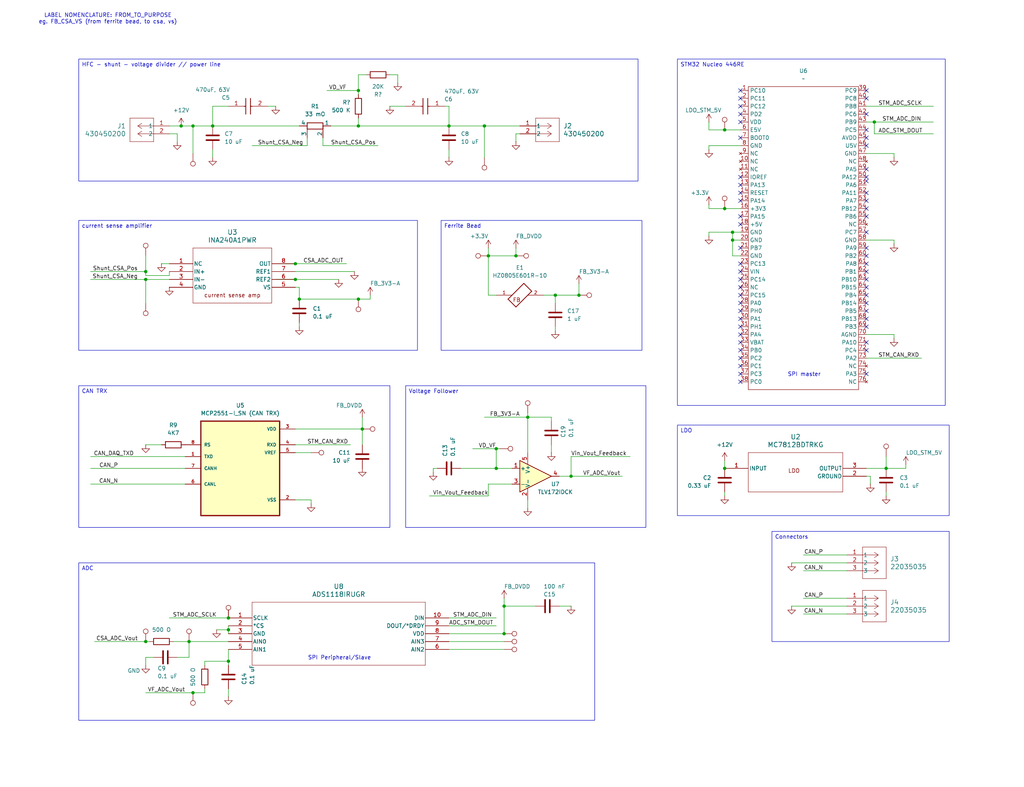
<source format=kicad_sch>
(kicad_sch (version 20250114) (generator "eeschema") (generator_version "9.0")
  (paper "User" 330.2 254)
  (text "SPI Peripheral/Slave\n" (at 109.474 212.344 0) (effects (font (size 1.27 1.27))))
  (text "LABEL NOMENCLATURE: FROM_TO_PURPOSE\neg. FB_CSA_VS (from ferrite bead, to csa, vs)" (at 34.798 6.096 0) (effects (font (size 1.27 1.27))))
  (text "SPI master" (at 259.334 120.904 0) (effects (font (size 1.27 1.27))))
  (text_box "current sense amplifier\n" (at 25.4 71.12 0) (size 109.22 41.91) (margins 0.9525 0.9525 0.9525 0.9525) (effects (font (size 1.27 1.27)) (justify left top)))
  (text_box "ADC" (at 25.4 181.61 0) (size 166.37 50.8) (margins 0.9525 0.9525 0.9525 0.9525) (effects (font (size 1.27 1.27)) (justify left top)))
  (text_box "LDO\n" (at 218.44 137.16 0) (size 87.63 29.21) (margins 0.9525 0.9525 0.9525 0.9525) (effects (font (size 1.27 1.27)) (justify left top)))
  (text_box "Voltage Follower" (at 130.81 124.46 0) (size 77.47 45.72) (margins 0.9525 0.9525 0.9525 0.9525) (effects (font (size 1.27 1.27)) (justify left top)))
  (text_box "CAN TRX\n" (at 25.4 124.46 0) (size 100.33 45.72) (margins 0.9525 0.9525 0.9525 0.9525) (effects (font (size 1.27 1.27)) (justify left top)))
  (text_box "STM32 Nucleo 446RE" (at 218.44 19.05 0) (size 86.36 111.76) (margins 0.9525 0.9525 0.9525 0.9525) (effects (font (size 1.27 1.27)) (justify left top)))
  (text_box "HFC - shunt - voltage divider // power line\n" (at 25.4 19.05 0) (size 180.34 39.37) (margins 0.9525 0.9525 0.9525 0.9525) (effects (font (size 1.27 1.27)) (justify left top)))
  (text_box "Connectors\n" (at 248.92 171.45 0) (size 57.15 35.56) (margins 0.9525 0.9525 0.9525 0.9525) (effects (font (size 1.27 1.27)) (justify left top)))
  (text_box "Ferrite Bead\n" (at 142.24 71.12 0) (size 64.77 41.91) (margins 0.9525 0.9525 0.9525 0.9525) (effects (font (size 1.27 1.27)) (justify left top)))
  (junction (at 95.25 85.09))
  (junction (at 160.02 144.78))
  (junction (at 184.15 153.67))
  (junction (at 157.48 82.55))
  (junction (at 96.52 96.52))
  (junction (at 233.68 151.13))
  (junction (at 186.69 95.25))
  (junction (at 233.68 41.91))
  (junction (at 62.23 223.52))
  (junction (at 236.22 77.47))
  (junction (at 68.58 40.64))
  (junction (at 179.07 95.25))
  (junction (at 46.99 87.63))
  (junction (at 115.57 40.64))
  (junction (at 73.66 199.39))
  (junction (at 73.66 213.36))
  (junction (at 233.68 67.31))
  (junction (at 116.84 138.43))
  (junction (at 162.56 195.58))
  (junction (at 170.18 134.62))
  (junction (at 60.96 207.01))
  (junction (at 156.21 40.64))
  (junction (at 73.66 203.2))
  (junction (at 285.75 151.13))
  (junction (at 281.94 39.37))
  (junction (at 115.57 29.21))
  (junction (at 62.23 40.64))
  (junction (at 46.99 207.01))
  (junction (at 95.25 90.17))
  (junction (at 58.42 40.64))
  (junction (at 166.37 82.55))
  (junction (at 236.22 74.93))
  (junction (at 162.56 204.47))
  (junction (at 144.78 40.64))
  (junction (at 160.02 151.13))
  (junction (at 46.99 90.17))
  (junction (at 115.57 96.52))
  (no_connect (at 279.4 41.91))
  (no_connect (at 238.76 87.63))
  (no_connect (at 238.76 62.23))
  (no_connect (at 238.76 100.33))
  (no_connect (at 238.76 118.11))
  (no_connect (at 238.76 85.09))
  (no_connect (at 279.4 64.77))
  (no_connect (at 279.4 82.55))
  (no_connect (at 279.4 80.01))
  (no_connect (at 279.4 90.17))
  (no_connect (at 279.4 102.87))
  (no_connect (at 279.4 74.93))
  (no_connect (at 279.4 54.61))
  (no_connect (at 238.76 69.85))
  (no_connect (at 238.76 110.49))
  (no_connect (at 279.4 67.31))
  (no_connect (at 238.76 115.57))
  (no_connect (at 279.4 100.33))
  (no_connect (at 279.4 44.45))
  (no_connect (at 279.4 69.85))
  (no_connect (at 279.4 95.25))
  (no_connect (at 238.76 57.15))
  (no_connect (at 238.76 64.77))
  (no_connect (at 238.76 39.37))
  (no_connect (at 279.4 36.83))
  (no_connect (at 279.4 85.09))
  (no_connect (at 238.76 90.17))
  (no_connect (at 279.4 87.63))
  (no_connect (at 279.4 62.23))
  (no_connect (at 279.4 92.71))
  (no_connect (at 279.4 120.65))
  (no_connect (at 279.4 31.75))
  (no_connect (at 238.76 92.71))
  (no_connect (at 238.76 120.65))
  (no_connect (at 238.76 102.87))
  (no_connect (at 238.76 31.75))
  (no_connect (at 238.76 80.01))
  (no_connect (at 238.76 59.69))
  (no_connect (at 238.76 107.95))
  (no_connect (at 238.76 72.39))
  (no_connect (at 279.4 113.03))
  (no_connect (at 279.4 58.42))
  (no_connect (at 279.4 110.49))
  (no_connect (at 279.4 57.15))
  (no_connect (at 279.4 97.79))
  (no_connect (at 238.76 105.41))
  (no_connect (at 238.76 123.19))
  (no_connect (at 238.76 29.21))
  (no_connect (at 279.4 46.99))
  (no_connect (at 238.76 34.29))
  (no_connect (at 279.4 29.21))
  (no_connect (at 279.4 105.41))
  (no_connect (at 238.76 113.03))
  (no_connect (at 238.76 44.45))
  (no_connect (at 238.76 95.25))
  (no_connect (at 238.76 97.79))
  (no_connect (at 238.76 36.83))
  (wire (pts (xy 73.66 209.55) (xy 73.66 213.36)))
  (wire (pts (xy 259.08 184.15) (xy 273.05 184.15)))
  (wire (pts (xy 228.6 74.93) (xy 236.22 74.93)))
  (wire (pts (xy 157.48 80.01) (xy 157.48 82.55)))
  (wire (pts (xy 162.56 204.47) (xy 144.78 204.47)))
  (wire (pts (xy 292.1 151.13) (xy 292.1 149.86)))
  (wire (pts (xy 138.43 160.02) (xy 157.48 160.02)))
  (wire (pts (xy 62.23 40.64) (xy 68.58 40.64)))
  (wire (pts (xy 46.99 90.17) (xy 46.99 97.79)))
  (wire (pts (xy 100.33 161.29) (xy 95.25 161.29)))
  (wire (pts (xy 179.07 106.68) (xy 179.07 105.41)))
  (wire (pts (xy 170.18 134.62) (xy 170.18 146.05)))
  (wire (pts (xy 66.04 223.52) (xy 66.04 222.25)))
  (wire (pts (xy 285.75 147.32) (xy 285.75 151.13)))
  (wire (pts (xy 162.56 195.58) (xy 162.56 204.47)))
  (wire (pts (xy 29.21 151.13) (xy 59.69 151.13)))
  (wire (pts (xy 46.99 143.51) (xy 52.07 143.51)))
  (wire (pts (xy 46.99 212.09) (xy 49.53 212.09)))
  (wire (pts (xy 46.99 82.55) (xy 46.99 87.63)))
  (wire (pts (xy 288.29 78.74) (xy 288.29 77.47)))
  (wire (pts (xy 58.42 40.64) (xy 54.61 40.64)))
  (wire (pts (xy 162.56 193.04) (xy 162.56 195.58)))
  (wire (pts (xy 179.07 95.25) (xy 179.07 97.79)))
  (wire (pts (xy 96.52 96.52) (xy 96.52 92.71)))
  (wire (pts (xy 95.25 90.17) (xy 109.22 90.17)))
  (wire (pts (xy 175.26 95.25) (xy 179.07 95.25)))
  (wire (pts (xy 115.57 38.1) (xy 115.57 40.64)))
  (wire (pts (xy 99.06 44.45) (xy 99.06 46.99)))
  (wire (pts (xy 125.73 34.29) (xy 130.81 34.29)))
  (wire (pts (xy 105.41 29.21) (xy 115.57 29.21)))
  (wire (pts (xy 170.18 133.35) (xy 170.18 134.62)))
  (wire (pts (xy 96.52 92.71) (xy 95.25 92.71)))
  (wire (pts (xy 233.68 67.31) (xy 238.76 67.31)))
  (wire (pts (xy 29.21 87.63) (xy 46.99 87.63)))
  (wire (pts (xy 73.66 214.63) (xy 73.66 213.36)))
  (wire (pts (xy 228.6 48.26) (xy 228.6 46.99)))
  (wire (pts (xy 55.88 207.01) (xy 60.96 207.01)))
  (wire (pts (xy 91.44 85.09) (xy 95.25 85.09)))
  (wire (pts (xy 46.99 88.9) (xy 46.99 87.63)))
  (wire (pts (xy 66.04 214.63) (xy 66.04 213.36)))
  (wire (pts (xy 236.22 74.93) (xy 236.22 77.47)))
  (wire (pts (xy 238.76 77.47) (xy 236.22 77.47)))
  (wire (pts (xy 160.02 144.78) (xy 152.4 144.78)))
  (wire (pts (xy 177.8 135.89) (xy 177.8 134.62)))
  (wire (pts (xy 280.67 153.67) (xy 279.4 153.67)))
  (wire (pts (xy 68.58 34.29) (xy 73.66 34.29)))
  (wire (pts (xy 279.4 39.37) (xy 281.94 39.37)))
  (wire (pts (xy 156.21 40.64) (xy 156.21 50.8)))
  (wire (pts (xy 73.66 222.25) (xy 73.66 224.79)))
  (wire (pts (xy 29.21 156.21) (xy 59.69 156.21)))
  (wire (pts (xy 115.57 96.52) (xy 96.52 96.52)))
  (wire (pts (xy 285.75 160.02) (xy 285.75 158.75)))
  (wire (pts (xy 100.33 146.05) (xy 95.25 146.05)))
  (wire (pts (xy 288.29 50.8) (xy 288.29 49.53)))
  (wire (pts (xy 157.48 160.02) (xy 157.48 156.21)))
  (wire (pts (xy 58.42 40.64) (xy 62.23 40.64)))
  (wire (pts (xy 100.33 162.56) (xy 100.33 161.29)))
  (wire (pts (xy 115.57 29.21) (xy 115.57 24.13)))
  (wire (pts (xy 96.52 105.41) (xy 96.52 104.14)))
  (wire (pts (xy 54.61 88.9) (xy 54.61 87.63)))
  (wire (pts (xy 119.38 96.52) (xy 115.57 96.52)))
  (wire (pts (xy 186.69 91.44) (xy 186.69 95.25)))
  (wire (pts (xy 46.99 223.52) (xy 62.23 223.52)))
  (wire (pts (xy 228.6 39.37) (xy 228.6 41.91)))
  (wire (pts (xy 157.48 156.21) (xy 165.1 156.21)))
  (wire (pts (xy 157.48 82.55) (xy 157.48 95.25)))
  (wire (pts (xy 259.08 179.07) (xy 273.05 179.07)))
  (wire (pts (xy 95.25 143.51) (xy 113.03 143.51)))
  (wire (pts (xy 114.3 87.63) (xy 95.25 87.63)))
  (wire (pts (xy 54.61 43.18) (xy 57.15 43.18)))
  (wire (pts (xy 166.37 43.18) (xy 167.64 43.18)))
  (wire (pts (xy 157.48 82.55) (xy 166.37 82.55)))
  (wire (pts (xy 62.23 223.52) (xy 66.04 223.52)))
  (wire (pts (xy 281.94 43.18) (xy 300.99 43.18)))
  (wire (pts (xy 148.59 151.13) (xy 160.02 151.13)))
  (wire (pts (xy 68.58 50.8) (xy 68.58 48.26)))
  (wire (pts (xy 46.99 88.9) (xy 54.61 88.9)))
  (wire (pts (xy 46.99 207.01) (xy 48.26 207.01)))
  (wire (pts (xy 279.4 49.53) (xy 288.29 49.53)))
  (wire (pts (xy 166.37 45.72) (xy 166.37 43.18)))
  (wire (pts (xy 259.08 198.12) (xy 273.05 198.12)))
  (wire (pts (xy 156.21 134.62) (xy 170.18 134.62)))
  (wire (pts (xy 160.02 151.13) (xy 160.02 144.78)))
  (wire (pts (xy 255.27 181.61) (xy 273.05 181.61)))
  (wire (pts (xy 233.68 160.02) (xy 233.68 158.75)))
  (wire (pts (xy 69.85 203.2) (xy 73.66 203.2)))
  (wire (pts (xy 68.58 34.29) (xy 68.58 40.64)))
  (wire (pts (xy 57.15 212.09) (xy 60.96 212.09)))
  (wire (pts (xy 115.57 40.64) (xy 144.78 40.64)))
  (wire (pts (xy 180.34 195.58) (xy 184.15 195.58)))
  (wire (pts (xy 95.25 90.17) (xy 88.9 90.17)))
  (wire (pts (xy 144.78 209.55) (xy 162.56 209.55)))
  (wire (pts (xy 279.4 77.47) (xy 288.29 77.47)))
  (wire (pts (xy 73.66 201.93) (xy 73.66 203.2)))
  (wire (pts (xy 29.21 147.32) (xy 59.69 147.32)))
  (wire (pts (xy 228.6 76.2) (xy 228.6 74.93)))
  (wire (pts (xy 166.37 80.01) (xy 166.37 82.55)))
  (wire (pts (xy 81.28 46.99) (xy 99.06 46.99)))
  (wire (pts (xy 255.27 195.58) (xy 273.05 195.58)))
  (wire (pts (xy 116.84 138.43) (xy 95.25 138.43)))
  (wire (pts (xy 170.18 134.62) (xy 177.8 134.62)))
  (wire (pts (xy 116.84 134.62) (xy 116.84 138.43)))
  (wire (pts (xy 228.6 66.04) (xy 228.6 67.31)))
  (wire (pts (xy 29.21 90.17) (xy 46.99 90.17)))
  (wire (pts (xy 95.25 85.09) (xy 111.76 85.09)))
  (wire (pts (xy 144.78 50.8) (xy 144.78 48.26)))
  (wire (pts (xy 66.04 213.36) (xy 73.66 213.36)))
  (wire (pts (xy 144.78 40.64) (xy 156.21 40.64)))
  (wire (pts (xy 62.23 40.64) (xy 62.23 49.53)))
  (wire (pts (xy 170.18 161.29) (xy 170.18 163.83)))
  (wire (pts (xy 156.21 40.64) (xy 167.64 40.64)))
  (wire (pts (xy 184.15 147.32) (xy 203.2 147.32)))
  (wire (pts (xy 139.7 152.4) (xy 139.7 151.13)))
  (wire (pts (xy 279.4 115.57) (xy 297.18 115.57)))
  (wire (pts (xy 281.94 39.37) (xy 300.99 39.37)))
  (wire (pts (xy 160.02 151.13) (xy 165.1 151.13)))
  (wire (pts (xy 144.78 201.93) (xy 160.02 201.93)))
  (wire (pts (xy 279.4 107.95) (xy 288.29 107.95)))
  (wire (pts (xy 228.6 67.31) (xy 233.68 67.31)))
  (wire (pts (xy 104.14 46.99) (xy 121.92 46.99)))
  (wire (pts (xy 115.57 24.13) (xy 118.11 24.13)))
  (wire (pts (xy 104.14 44.45) (xy 104.14 46.99)))
  (wire (pts (xy 60.96 207.01) (xy 60.96 212.09)))
  (wire (pts (xy 116.84 143.51) (xy 116.84 138.43)))
  (wire (pts (xy 233.68 41.91) (xy 238.76 41.91)))
  (wire (pts (xy 180.34 153.67) (xy 184.15 153.67)))
  (wire (pts (xy 54.61 199.39) (xy 73.66 199.39)))
  (wire (pts (xy 162.56 195.58) (xy 172.72 195.58)))
  (wire (pts (xy 52.07 85.09) (xy 54.61 85.09)))
  (wire (pts (xy 161.29 144.78) (xy 160.02 144.78)))
  (wire (pts (xy 281.94 43.18) (xy 281.94 39.37)))
  (wire (pts (xy 177.8 143.51) (xy 177.8 146.05)))
  (wire (pts (xy 184.15 147.32) (xy 184.15 153.67)))
  (wire (pts (xy 184.15 153.67) (xy 200.66 153.67)))
  (wire (pts (xy 236.22 74.93) (xy 238.76 74.93)))
  (wire (pts (xy 292.1 151.13) (xy 285.75 151.13)))
  (wire (pts (xy 280.67 156.21) (xy 280.67 153.67)))
  (wire (pts (xy 228.6 41.91) (xy 233.68 41.91)))
  (wire (pts (xy 139.7 151.13) (xy 140.97 151.13)))
  (wire (pts (xy 228.6 46.99) (xy 238.76 46.99)))
  (wire (pts (xy 233.68 148.59) (xy 233.68 151.13)))
  (wire (pts (xy 68.58 40.64) (xy 96.52 40.64)))
  (wire (pts (xy 46.99 90.17) (xy 54.61 90.17)))
  (wire (pts (xy 259.08 193.04) (xy 273.05 193.04)))
  (wire (pts (xy 144.78 207.01) (xy 162.56 207.01)))
  (wire (pts (xy 119.38 95.25) (xy 119.38 96.52)))
  (wire (pts (xy 238.76 82.55) (xy 236.22 82.55)))
  (wire (pts (xy 30.48 207.01) (xy 46.99 207.01)))
  (wire (pts (xy 160.02 199.39) (xy 144.78 199.39)))
  (wire (pts (xy 128.27 24.13) (xy 125.73 24.13)))
  (wire (pts (xy 128.27 26.67) (xy 128.27 24.13)))
  (wire (pts (xy 46.99 214.63) (xy 46.99 212.09)))
  (wire (pts (xy 279.4 34.29) (xy 300.99 34.29)))
  (wire (pts (xy 115.57 29.21) (xy 115.57 30.48)))
  (wire (pts (xy 73.66 203.2) (xy 73.66 204.47)))
  (wire (pts (xy 143.51 34.29) (xy 144.78 34.29)))
  (wire (pts (xy 106.68 40.64) (xy 115.57 40.64)))
  (wire (pts (xy 279.4 151.13) (xy 285.75 151.13)))
  (wire (pts (xy 288.29 109.22) (xy 288.29 107.95)))
  (wire (pts (xy 60.96 207.01) (xy 73.66 207.01)))
  (wire (pts (xy 144.78 34.29) (xy 144.78 40.64)))
  (wire (pts (xy 88.9 34.29) (xy 86.36 34.29)))
  (wire (pts (xy 236.22 82.55) (xy 236.22 77.47)))
  (wire (pts (xy 160.02 95.25) (xy 157.48 95.25)))
  (wire (pts (xy 57.15 45.72) (xy 57.15 43.18)))
  (wire (pts (xy 179.07 95.25) (xy 186.69 95.25)))
  (label "Vin_Vout_Feedback" (at 157.48 160.02 180))
  (label "VD_VF" (at 160.02 144.78 180))
  (label "CAN_P" (at 265.43 193.04 180))
  (label "Vin_Vout_Feedback" (at 184.15 147.32 0))
  (label "ADC_STM_DOUT" (at 144.78 201.93 0))
  (label "VF_ADC_Vout" (at 59.69 223.52 180))
  (label "CAN_N" (at 265.43 198.12 180))
  (label "CAN_N" (at 265.43 184.15 180))
  (label "Shunt_CSA_Pos" (at 44.45 87.63 180))
  (label "CAN_P" (at 38.1 151.13 180))
  (label "STM_ADC_DIN" (at 146.05 199.39 0))
  (label "Shunt_CSA_Pos" (at 106.68 46.99 0))
  (label "STM_CAN_RXD" (at 283.21 115.57 0))
  (label "CSA_ADC_OUT" (at 97.79 85.09 0))
  (label "STM_CAN_RXD" (at 99.06 143.51 0))
  (label "VF_ADC_Vout" (at 187.96 153.67 0))
  (label "STM_ADC_DIN" (at 284.48 39.37 0))
  (label "ADC_STM_DOUT" (at 283.21 43.18 0))
  (label "Shunt_CSA_Neg" (at 97.79 46.99 180))
  (label "CAN_N" (at 38.1 156.21 180))
  (label "Shunt_CSA_Neg" (at 44.45 90.17 180))
  (label "CAN_DAQ_TXD" (at 43.18 147.32 180))
  (label "FB_3V3-A" (at 167.64 134.62 180))
  (label "CAN_P" (at 265.43 179.07 180))
  (label "STM_ADC_SCLK" (at 283.21 34.29 0))
  (label "CSA_ADC_Vout" (at 44.45 207.01 180))
  (label "VD_VF" (at 111.76 29.21 180))
  (label "STM_ADC_SCLK" (at 69.85 199.39 180))
  (symbol (lib_id "power:+12V") (at 58.42 40.64 0) (unit 1)
    (property "Reference" "#PWR029" (effects (hide yes)))
    (property "Value" "+12V" (at 58.42 35.56 0))
    (property "Description" "Power symbol creates a global label with name \"+12V\"" (effects (hide yes)))
  )
  (symbol (lib_id "Device:C") (at 144.78 44.45 0) (unit 1)
    (property "Reference" "C8" (at 148.59 43.1799 0) (effects (justify left)))
    (property "Value" "10 uF" (at 148.59 45.7199 0) (effects (justify left)))
    (property "Description" "Unpolarized capacitor" (effects (hide yes)))
  )
  (symbol (lib_id "power:GND") (at 116.84 151.13 0) (unit 1)
    (property "Reference" "#PWR021" (effects (hide yes)))
    (property "Value" "GND" (effects (hide yes)))
    (property "Description" "Power symbol creates a global label with name \"GND\" , ground" (effects (hide yes)))
  )
  (symbol (lib_id "power:GND") (at 179.07 106.68 0) (mirror y) (unit 1)
    (property "Reference" "#PWR037" (effects (hide yes)))
    (property "Value" "GND" (effects (hide yes)))
    (property "Description" "Power symbol creates a global label with name \"GND\" , ground" (effects (hide yes)))
  )
  (symbol (lib_id "SMV_Custom:HZ0805E601R-10") (at 167.64 95.25 0) (unit 1)
    (property "Reference" "E1" (at 167.64 86.36 0))
    (property "Value" "HZ0805E601R-10" (at 167.64 88.9 0))
    (property "Footprint" "HZ0805E601R-10:FB_HZ0805E601R-10" (effects (hide yes)))
    (property "STANDARD" "Manufacturer Recommendations" (effects (hide yes)))
    (property "MAXIMUM_PACKAGE_HEIGHT" "1.1 mm" (effects (hide yes)))
    (property "MANUFACTURER" "Laird" (effects (hide yes)))
  )
  (symbol (lib_id "Amplifier_Operational:TLV172IDCK") (at 170.18 153.67 0) (unit 1)
    (property "Reference" "U7" (at 179.07 156.21 0))
    (property "Value" "TLV172IDCK" (at 179.07 158.75 0))
    (property "Footprint" "SMV_ICs:SOT-23-5_MC_MCH" (effects (hide yes)))
    (property "Datasheet" "http://www.ti.com/lit/ds/symlink/tlv172.pdf" (effects (hide yes)))
    (property "Description" "Low-power Operational Amplifier, SOT-353" (effects (hide yes)))
  )
  (symbol (lib_id "power:GND") (at 128.27 26.67 0) (mirror y) (unit 1)
    (property "Reference" "#PWR08" (effects (hide yes)))
    (property "Value" "GND" (effects (hide yes)))
    (property "Description" "Power symbol creates a global label with name \"GND\" , ground" (effects (hide yes)))
  )
  (symbol (lib_id "power:GND") (at 144.78 50.8 0) (mirror y) (unit 1)
    (property "Reference" "#PWR015" (effects (hide yes)))
    (property "Value" "GND" (effects (hide yes)))
    (property "Description" "Power symbol creates a global label with name \"GND\" , ground" (effects (hide yes)))
  )
  (symbol (lib_id "power:GND") (at 166.37 45.72 0) (unit 1)
    (property "Reference" "#PWR06" (effects (hide yes)))
    (property "Value" "GND" (effects (hide yes)))
    (property "Description" "Power symbol creates a global label with name \"GND\" , ground" (effects (hide yes)))
  )
  (symbol (lib_id "power:+3.3V") (at 186.69 91.44 0) (unit 1)
    (property "Reference" "#PWR031" (effects (hide yes)))
    (property "Value" "FB_3V3-A" (at 186.6899 87.63 0) (effects (justify left)))
    (property "Description" "Power symbol creates a global label with name \"+3.3V\"" (effects (hide yes)))
  )
  (symbol (lib_id "power:GND") (at 54.61 92.71 0) (mirror y) (unit 1)
    (property "Reference" "#PWR02" (effects (hide yes)))
    (property "Value" "GND" (effects (hide yes)))
    (property "Description" "Power symbol creates a global label with name \"GND\" , ground" (effects (hide yes)))
  )
  (symbol (lib_id "Connector:TestPoint") (at 46.99 97.79 0) (mirror x) (unit 1)
    (property "Reference" "TP5" (effects (hide yes)))
    (property "Value" "TestPoint" (effects (hide yes)))
    (property "Description" "test point" (effects (hide yes)))
  )
  (symbol (lib_id "power:GND") (at 139.7 152.4 0) (unit 1)
    (property "Reference" "#PWR044" (effects (hide yes)))
    (property "Value" "GND" (effects (hide yes)))
    (property "Description" "Power symbol creates a global label with name \"GND\" , ground" (effects (hide yes)))
  )
  (symbol (lib_id "power:GND") (at 288.29 50.8 0) (unit 1)
    (property "Reference" "#PWR011" (effects (hide yes)))
    (property "Value" "GND" (effects (hide yes)))
    (property "Description" "Power symbol creates a global label with name \"GND\" , ground" (effects (hide yes)))
  )
  (symbol (lib_id "power:+3.3V") (at 157.48 80.01 0) (unit 1)
    (property "Reference" "#PWR035" (effects (hide yes)))
    (property "Value" "+3.3V" (at 157.4799 76.2 0) (effects (justify right)))
    (property "Description" "Power symbol creates a global label with name \"+3.3V\"" (effects (hide yes)))
  )
  (symbol (lib_id "Connector:TestPoint") (at 285.75 147.32 0) (unit 1)
    (property "Reference" "TP3" (effects (hide yes)))
    (property "Value" "TestPoint" (effects (hide yes)))
    (property "Description" "test point" (effects (hide yes)))
  )
  (symbol (lib_id "power:GND") (at 100.33 162.56 0) (unit 1)
    (property "Reference" "#PWR020" (effects (hide yes)))
    (property "Value" "GND" (effects (hide yes)))
    (property "Description" "Power symbol creates a global label with name \"GND\" , ground" (effects (hide yes)))
  )
  (symbol (lib_id "Device:C") (at 285.75 154.94 0) (unit 1)
    (property "Reference" "C3" (at 290.068 154.178 0) (effects (justify left)))
    (property "Value" "0.1 uF" (at 290.068 156.718 0) (effects (justify left)))
    (property "Description" "Unpolarized capacitor" (effects (hide yes)))
  )
  (symbol (lib_id "Connector:TestPoint") (at 62.23 49.53 0) (mirror x) (unit 1)
    (property "Reference" "TP7" (effects (hide yes)))
    (property "Value" "TestPoint" (effects (hide yes)))
    (property "Description" "test point" (effects (hide yes)))
  )
  (symbol (lib_id "Connector:TestPoint") (at 116.84 138.43 270) (mirror x) (unit 1)
    (property "Reference" "TP?" (effects (hide yes)))
    (property "Value" "TestPoint" (effects (hide yes)))
    (property "Description" "test point" (effects (hide yes)))
  )
  (symbol (lib_id "Connector:TestPoint") (at 162.56 207.01 270) (unit 1)
    (property "Reference" "TP2" (effects (hide yes)))
    (property "Value" "TestPoint" (effects (hide yes)))
    (property "Description" "test point" (effects (hide yes)))
  )
  (symbol (lib_id "power:GND") (at 255.27 195.58 0) (unit 1)
    (property "Reference" "#PWR023" (effects (hide yes)))
    (property "Value" "GND" (effects (hide yes)))
    (property "Description" "Power symbol creates a global label with name \"GND\" , ground" (effects (hide yes)))
  )
  (symbol (lib_id "power:+3.3V") (at 292.1 149.86 0) (unit 1)
    (property "Reference" "#PWR028" (effects (hide yes)))
    (property "Value" "LDO_STM_5V" (at 292.0999 146.05 0) (effects (justify left)))
    (property "Description" "Power symbol creates a global label with name \"+3.3V\"" (effects (hide yes)))
  )
  (symbol (lib_id "power:+3.3V") (at 228.6 39.37 0) (mirror y) (unit 1)
    (property "Reference" "#PWR043" (effects (hide yes)))
    (property "Value" "LDO_STM_5V" (at 232.664 35.56 0) (effects (justify left)))
    (property "Description" "Power symbol creates a global label with name \"+3.3V\"" (effects (hide yes)))
  )
  (symbol (lib_id "Device:C") (at 177.8 139.7 0) (mirror x) (unit 1)
    (property "Reference" "C19" (at 181.61 141.224 90) (effects (justify right)))
    (property "Value" "0.1 uF" (at 184.15 141.224 90) (effects (justify right)))
    (property "Description" "Unpolarized capacitor" (effects (hide yes)))
  )
  (symbol (lib_id "power:GND") (at 177.8 146.05 0) (unit 1)
    (property "Reference" "#PWR09" (effects (hide yes)))
    (property "Value" "GND" (effects (hide yes)))
    (property "Description" "Power symbol creates a global label with name \"GND\" , ground" (effects (hide yes)))
  )
  (symbol (lib_id "SMV_Custom:3-pin Mini Molex Spox") (at 273.05 193.04 0) (unit 1)
    (property "Reference" "J4" (at 287.02 194.3099 0) (effects (font (size 1.524 1.524)) (justify left)))
    (property "Value" "22035035" (at 287.02 196.8499 0) (effects (font (size 1.524 1.524)) (justify left)))
    (property "Footprint" "SMV_Connectors:3pin_CON_22035035_MOL" (effects (hide yes)))
    (property "Datasheet" "3-pin Mini Molex Spox" (effects (hide yes)))
  )
  (symbol (lib_id "Device:C") (at 179.07 101.6 0) (unit 1)
    (property "Reference" "C17" (at 182.88 100.3299 0) (effects (justify left)))
    (property "Value" "1 uF" (at 182.88 102.8699 0) (effects (justify left)))
    (property "Description" "Unpolarized capacitor" (effects (hide yes)))
  )
  (symbol (lib_id "power:+3.3V") (at 162.56 193.04 0) (unit 1)
    (property "Reference" "#PWR049" (effects (hide yes)))
    (property "Value" "FB_DVDD" (at 162.5599 189.23 0) (effects (justify left)))
    (property "Description" "Power symbol creates a global label with name \"+3.3V\"" (effects (hide yes)))
  )
  (symbol (lib_id "power:GND") (at 285.75 160.02 0) (mirror y) (unit 1)
    (property "Reference" "#PWR013" (effects (hide yes)))
    (property "Value" "GND" (effects (hide yes)))
    (property "Description" "Power symbol creates a global label with name \"GND\" , ground" (effects (hide yes)))
  )
  (symbol (lib_id "Device:R_Shunt") (at 101.6 40.64 270) (unit 1)
    (property "Reference" "R1" (at 101.6 34.29 90))
    (property "Value" "33 mO" (at 101.6 36.83 90))
    (property "Description" "Shunt resistor" (effects (hide yes)))
  )
  (symbol (lib_id "SMV_Custom:430450200") (at 54.61 40.64 0) (mirror y) (unit 1)
    (property "Reference" "J1" (at 40.64 40.6399 0) (effects (font (size 1.524 1.524)) (justify left)))
    (property "Value" "430450200" (at 40.64 43.1799 0) (effects (font (size 1.524 1.524)) (justify left)))
    (property "Footprint" "SMV_Connectors:CONN_SD-43045-001_02_MOL" (effects (hide yes)))
    (property "Datasheet" "430450200" (effects (hide yes)))
  )
  (symbol (lib_id "Connector:TestPoint") (at 161.29 144.78 270) (mirror x) (unit 1)
    (property "Reference" "TP?" (effects (hide yes)))
    (property "Value" "TestPoint" (effects (hide yes)))
    (property "Description" "test point" (effects (hide yes)))
  )
  (symbol (lib_id "Connector:TestPoint") (at 100.33 146.05 270) (unit 1)
    (property "Reference" "TP6" (effects (hide yes)))
    (property "Value" "TestPoint" (effects (hide yes)))
    (property "Description" "test point" (effects (hide yes)))
  )
  (symbol (lib_id "Connector:TestPoint") (at 60.96 207.01 0) (unit 1)
    (property "Reference" "TP?" (effects (hide yes)))
    (property "Value" "TestPoint" (effects (hide yes)))
    (property "Description" "test point" (effects (hide yes)))
  )
  (symbol (lib_id "Device:R") (at 121.92 24.13 90) (mirror x) (unit 1)
    (property "Reference" "R?" (at 121.92 30.48 90))
    (property "Value" "20K" (at 121.92 27.94 90))
    (property "Description" "Resistor" (effects (hide yes)))
  )
  (symbol (lib_id "power:GND") (at 73.66 224.79 0) (mirror y) (unit 1)
    (property "Reference" "#PWR048" (effects (hide yes)))
    (property "Value" "GND" (effects (hide yes)))
    (property "Description" "Power symbol creates a global label with name \"GND\" , ground" (effects (hide yes)))
  )
  (symbol (lib_id "power:GND") (at 69.85 203.2 0) (mirror y) (unit 1)
    (property "Reference" "#PWR01" (effects (hide yes)))
    (property "Value" "GND" (effects (hide yes)))
    (property "Description" "Power symbol creates a global label with name \"GND\" , ground" (effects (hide yes)))
  )
  (symbol (lib_id "SMV_Custom:CSA-INA240A1PWR") (at 54.61 85.09 0) (unit 1)
    (property "Reference" "U3" (at 74.93 74.93 0) (effects (font (size 1.524 1.524))))
    (property "Value" "INA240A1PWR" (at 74.93 77.47 0) (effects (font (size 1.524 1.524))))
    (property "Footprint" "PW0008A_N_TEX" (effects (hide yes)))
    (property "Datasheet" "https://www.ti.com/lit/gpn/ina240" (effects (hide yes)))
  )
  (symbol (lib_id "Device:C") (at 144.78 151.13 90) (unit 1)
    (property "Reference" "C13" (at 143.5099 147.32 0) (effects (justify left)))
    (property "Value" "0.1 uF" (at 146.0499 147.32 0) (effects (justify left)))
    (property "Description" "Unpolarized capacitor" (effects (hide yes)))
  )
  (symbol (lib_id "power:GND") (at 114.3 87.63 0) (mirror y) (unit 1)
    (property "Reference" "#PWR04" (effects (hide yes)))
    (property "Value" "GND" (effects (hide yes)))
    (property "Description" "Power symbol creates a global label with name \"GND\" , ground" (effects (hide yes)))
  )
  (symbol (lib_id "power:GND") (at 280.67 156.21 0) (unit 1)
    (property "Reference" "#PWR018" (effects (hide yes)))
    (property "Value" "GND" (effects (hide yes)))
    (property "Description" "Power symbol creates a global label with name \"GND\" , ground" (effects (hide yes)))
  )
  (symbol (lib_id "power:+3.3V") (at 116.84 134.62 0) (mirror y) (unit 1)
    (property "Reference" "#PWR036" (effects (hide yes)))
    (property "Value" "FB_DVDD" (at 116.8401 130.81 0) (effects (justify left)))
    (property "Description" "Power symbol creates a global label with name \"+3.3V\"" (effects (hide yes)))
  )
  (symbol (lib_id "power:GND") (at 46.99 214.63 0) (unit 1)
    (property "Reference" "#PWR047" (effects (hide yes)))
    (property "Value" "GND" (at 43.18 216.408 0))
    (property "Description" "Power symbol creates a global label with name \"GND\" , ground" (effects (hide yes)))
  )
  (symbol (lib_id "Connector:TestPoint") (at 156.21 50.8 0) (mirror x) (unit 1)
    (property "Reference" "TP8" (effects (hide yes)))
    (property "Value" "TestPoint" (effects (hide yes)))
    (property "Description" "test point" (effects (hide yes)))
  )
  (symbol (lib_id "Connector:TestPoint") (at 166.37 82.55 270) (unit 1)
    (property "Reference" "TP?" (effects (hide yes)))
    (property "Value" "TestPoint" (effects (hide yes)))
    (property "Description" "test point" (effects (hide yes)))
  )
  (symbol (lib_id "Device:R") (at 66.04 218.44 180) (unit 1)
    (property "Reference" "R10" (effects (hide yes)))
    (property "Value" "500 O" (at 62.23 218.44 90))
    (property "Description" "Resistor" (effects (hide yes)))
  )
  (symbol (lib_id "Device:R") (at 55.88 143.51 90) (unit 1)
    (property "Reference" "R9" (at 55.88 137.16 90))
    (property "Value" "4K7" (at 55.88 139.7 90))
    (property "Description" "Resistor" (effects (hide yes)))
  )
  (symbol (lib_id "Connector:TestPoint") (at 162.56 209.55 270) (unit 1)
    (property "Reference" "TP1" (effects (hide yes)))
    (property "Value" "TestPoint" (effects (hide yes)))
    (property "Description" "test point" (effects (hide yes)))
  )
  (symbol (lib_id "power:GND") (at 170.18 163.83 0) (unit 1)
    (property "Reference" "#PWR026" (effects (hide yes)))
    (property "Value" "GND" (effects (hide yes)))
    (property "Description" "Power symbol creates a global label with name \"GND\" , ground" (effects (hide yes)))
  )
  (symbol (lib_id "power:GND") (at 228.6 76.2 0) (unit 1)
    (property "Reference" "#PWR010" (effects (hide yes)))
    (property "Value" "GND" (effects (hide yes)))
    (property "Description" "Power symbol creates a global label with name \"GND\" , ground" (effects (hide yes)))
  )
  (symbol (lib_id "SMV_Custom:Big_Chunky_Cap2") (at 143.51 34.29 180) (unit 1)
    (property "Reference" "C6" (at 143.256 32.004 0) (effects (justify right)))
    (property "Value" "470uF, 63V" (at 143.256 29.464 0) (effects (justify right)))
    (property "Footprint" "SMV_Passives:Big_Chunky_Cap" (effects (hide yes)))
    (property "Datasheet" "https://content.kemet.com/datasheets/KEM_C1003_C0G_SMD.pdf" (effects (hide yes)))
    (property "Description" "SMD Comm C0G, Ceramic, 1000 pF, 10%, 50 VDC, 125 VDC, 125C, -55C, C0G, SMD, MLCC, Ultra-Stable, Low Loss, Class I, 0.1 % , 100 GOhms, 11 mg, 0805, 2mm, 1.25mm, 0.78mm, 0.75mm, 0.5mm, 4000, 78  Weeks, 120" (effects (hide yes)))
    (property "Height" "1.1" (effects (hide yes)))
    (property "Manufacturer_Name" "KEMET" (effects (hide yes)))
    (property "Manufacturer_Part_Number" "C0805C102K5GACTU" (effects (hide yes)))
    (property "Mouser Part Number" "80-C0805C102K5G" (effects (hide yes)))
    (property "Mouser Price/Stock" "https://www.mouser.co.uk/ProductDetail/KEMET/C0805C102K5GACTU?qs=ycq5i98tC2kqWbFrXv0n7w%3D%3D" (effects (hide yes)))
    (property "Arrow Part Number" "C0805C102K5GACTU" (effects (hide yes)))
    (property "Arrow Price/Stock" "https://www.arrow.com/en/products/c0805c102k5gactu/kemet-corporation" (effects (hide yes)))
  )
  (symbol (lib_id "SMV_Custom:ADS1118IRUGR") (at 73.66 199.39 0) (unit 1)
    (property "Reference" "U8" (at 109.22 189.23 0) (effects (font (size 1.524 1.524))))
    (property "Value" "ADS1118IRUGR" (at 109.22 191.77 0) (effects (font (size 1.524 1.524))))
    (property "Footprint" "RUG10" (effects (hide yes)))
    (property "Datasheet" "https://www.ti.com/lit/gpn/ads1118" (effects (hide yes)))
  )
  (symbol (lib_id "power:GND") (at 96.52 105.41 0) (mirror y) (unit 1)
    (property "Reference" "#PWR017" (effects (hide yes)))
    (property "Value" "GND" (effects (hide yes)))
    (property "Description" "Power symbol creates a global label with name \"GND\" , ground" (effects (hide yes)))
  )
  (symbol (lib_id "Device:C") (at 233.68 154.94 0) (mirror y) (unit 1)
    (property "Reference" "C2" (at 229.362 154.178 0) (effects (justify left)))
    (property "Value" "0.33 uF" (at 229.362 156.718 0) (effects (justify left)))
    (property "Description" "Unpolarized capacitor" (effects (hide yes)))
  )
  (symbol (lib_id "Device:R") (at 115.57 34.29 0) (mirror y) (unit 1)
    (property "Reference" "R?" (at 113.03 33.0199 0) (effects (justify left)))
    (property "Value" "500 K" (at 113.03 35.5599 0) (effects (justify left)))
    (property "Description" "Resistor" (effects (hide yes)))
  )
  (symbol (lib_id "power:GND") (at 233.68 160.02 0) (unit 1)
    (property "Reference" "#PWR07" (effects (hide yes)))
    (property "Value" "GND" (effects (hide yes)))
    (property "Description" "Power symbol creates a global label with name \"GND\" , ground" (effects (hide yes)))
  )
  (symbol (lib_id "power:GND") (at 46.99 143.51 0) (unit 1)
    (property "Reference" "#PWR025" (effects (hide yes)))
    (property "Value" "GND" (effects (hide yes)))
    (property "Description" "Power symbol creates a global label with name \"GND\" , ground" (effects (hide yes)))
  )
  (symbol (lib_id "power:GND") (at 288.29 109.22 0) (unit 1)
    (property "Reference" "#PWR016" (effects (hide yes)))
    (property "Value" "GND" (effects (hide yes)))
    (property "Description" "Power symbol creates a global label with name \"GND\" , ground" (effects (hide yes)))
  )
  (symbol (lib_id "SMV_Custom:3-pin Mini Molex Spox") (at 273.05 179.07 0) (unit 1)
    (property "Reference" "J3" (at 287.02 180.3399 0) (effects (font (size 1.524 1.524)) (justify left)))
    (property "Value" "22035035" (at 287.02 182.8799 0) (effects (font (size 1.524 1.524)) (justify left)))
    (property "Footprint" "SMV_Connectors:3pin_CON_22035035_MOL" (effects (hide yes)))
    (property "Datasheet" "3-pin Mini Molex Spox" (effects (hide yes)))
  )
  (symbol (lib_id "power:GND") (at 184.15 195.58 0) (mirror y) (unit 1)
    (property "Reference" "#PWR050" (effects (hide yes)))
    (property "Value" "GND" (effects (hide yes)))
    (property "Description" "Power symbol creates a global label with name \"GND\" , ground" (effects (hide yes)))
  )
  (symbol (lib_id "power:+3.3V") (at 119.38 95.25 0) (unit 1)
    (property "Reference" "#PWR042" (effects (hide yes)))
    (property "Value" "FB_3V3-A" (at 119.3799 91.44 0) (effects (justify left)))
    (property "Description" "Power symbol creates a global label with name \"+3.3V\"" (effects (hide yes)))
  )
  (symbol (lib_id "SMV_Custom2:STM32_Nucleo_F446RE") (at 259.08 26.67 0) (unit 1)
    (property "Reference" "U6" (at 259.08 22.86 0))
    (property "Value" "~" (at 259.08 25.4 0))
    (property "Footprint" "SMV_ICs:MODULE_NUCLEO-F446RE" (effects (hide yes)))
  )
  (symbol (lib_id "SMV_Custom:MC7812BDTRKG") (at 233.68 151.13 0) (unit 1)
    (property "Reference" "U2" (at 256.54 140.97 0) (effects (font (size 1.524 1.524))))
    (property "Value" "MC7812BDTRKG" (at 256.54 143.51 0) (effects (font (size 1.524 1.524))))
    (property "Footprint" "DPAK-3_ONS" (effects (hide yes)))
    (property "Datasheet" "MC7812BDTRKG" (effects (hide yes)))
  )
  (symbol (lib_id "power:+3.3V") (at 228.6 66.04 0) (mirror y) (unit 1)
    (property "Reference" "#PWR038" (effects (hide yes)))
    (property "Value" "+3.3V" (at 228.6001 62.23 0) (effects (justify left)))
    (property "Description" "Power symbol creates a global label with name \"+3.3V\"" (effects (hide yes)))
  )
  (symbol (lib_id "Device:C") (at 53.34 212.09 270) (unit 1)
    (property "Reference" "C9" (at 50.8 215.646 90) (effects (justify left)))
    (property "Value" "0.1 uF" (at 50.8 218.186 90) (effects (justify left)))
    (property "Description" "Unpolarized capacitor" (effects (hide yes)))
  )
  (symbol (lib_id "power:GND") (at 88.9 34.29 0) (mirror y) (unit 1)
    (property "Reference" "#PWR040" (effects (hide yes)))
    (property "Value" "GND" (effects (hide yes)))
    (property "Description" "Power symbol creates a global label with name \"GND\" , ground" (effects (hide yes)))
  )
  (symbol (lib_id "Connector:TestPoint") (at 62.23 223.52 180) (unit 1)
    (property "Reference" "TP?" (effects (hide yes)))
    (property "Value" "TestPoint" (effects (hide yes)))
    (property "Description" "test point" (effects (hide yes)))
  )
  (symbol (lib_id "Connector:TestPoint") (at 46.99 207.01 0) (unit 1)
    (property "Reference" "TP?" (effects (hide yes)))
    (property "Value" "TestPoint" (effects (hide yes)))
    (property "Description" "test point" (effects (hide yes)))
  )
  (symbol (lib_id "power:GND") (at 109.22 90.17 0) (mirror y) (unit 1)
    (property "Reference" "#PWR041" (effects (hide yes)))
    (property "Value" "GND" (effects (hide yes)))
    (property "Description" "Power symbol creates a global label with name \"GND\" , ground" (effects (hide yes)))
  )
  (symbol (lib_id "SMV_Custom:Big_Chunky_Cap2") (at 73.66 34.29 0) (mirror x) (unit 1)
    (property "Reference" "C5" (at 74.168 31.496 0) (effects (justify right)))
    (property "Value" "470uF, 63V" (at 74.168 28.956 0) (effects (justify right)))
    (property "Footprint" "SMV_Passives:Big_Chunky_Cap" (effects (hide yes)))
    (property "Datasheet" "https://content.kemet.com/datasheets/KEM_C1003_C0G_SMD.pdf" (effects (hide yes)))
    (property "Description" "SMD Comm C0G, Ceramic, 1000 pF, 10%, 50 VDC, 125 VDC, 125C, -55C, C0G, SMD, MLCC, Ultra-Stable, Low Loss, Class I, 0.1 % , 100 GOhms, 11 mg, 0805, 2mm, 1.25mm, 0.78mm, 0.75mm, 0.5mm, 4000, 78  Weeks, 120" (effects (hide yes)))
    (property "Height" "1.1" (effects (hide yes)))
    (property "Manufacturer_Name" "KEMET" (effects (hide yes)))
    (property "Manufacturer_Part_Number" "C0805C102K5GACTU" (effects (hide yes)))
    (property "Mouser Part Number" "80-C0805C102K5G" (effects (hide yes)))
    (property "Mouser Price/Stock" "https://www.mouser.co.uk/ProductDetail/KEMET/C0805C102K5GACTU?qs=ycq5i98tC2kqWbFrXv0n7w%3D%3D" (effects (hide yes)))
    (property "Arrow Part Number" "C0805C102K5GACTU" (effects (hide yes)))
    (property "Arrow Price/Stock" "https://www.arrow.com/en/products/c0805c102k5gactu/kemet-corporation" (effects (hide yes)))
  )
  (symbol (lib_id "Device:C") (at 176.53 195.58 270) (mirror x) (unit 1)
    (property "Reference" "C15" (at 175.26 191.7701 90) (effects (justify left)))
    (property "Value" "100 nF" (at 175.26 189.2301 90) (effects (justify left)))
    (property "Description" "Unpolarized capacitor" (effects (hide yes)))
  )
  (symbol (lib_id "SMV_Custom:430450200") (at 167.64 40.64 0) (unit 1)
    (property "Reference" "J2" (at 181.61 40.6399 0) (effects (font (size 1.524 1.524)) (justify left)))
    (property "Value" "430450200" (at 181.61 43.1799 0) (effects (font (size 1.524 1.524)) (justify left)))
    (property "Footprint" "SMV_Connectors:CONN_SD-43045-001_02_MOL" (effects (hide yes)))
    (property "Datasheet" "430450200" (effects (hide yes)))
  )
  (symbol (lib_id "Connector:TestPoint") (at 233.68 41.91 0) (mirror y) (unit 1)
    (property "Reference" "TP?" (effects (hide yes)))
    (property "Value" "TestPoint" (effects (hide yes)))
    (property "Description" "test point" (effects (hide yes)))
  )
  (symbol (lib_id "Connector:TestPoint") (at 115.57 96.52 0) (mirror x) (unit 1)
    (property "Reference" "TP?" (effects (hide yes)))
    (property "Value" "TestPoint" (effects (hide yes)))
    (property "Description" "test point" (effects (hide yes)))
  )
  (symbol (lib_id "power:GND") (at 125.73 34.29 0) (unit 1)
    (property "Reference" "#PWR039" (effects (hide yes)))
    (property "Value" "GND" (effects (hide yes)))
    (property "Description" "Power symbol creates a global label with name \"GND\" , ground" (effects (hide yes)))
  )
  (symbol (lib_id "power:GND") (at 228.6 48.26 0) (unit 1)
    (property "Reference" "#PWR045" (effects (hide yes)))
    (property "Value" "GND" (effects (hide yes)))
    (property "Description" "Power symbol creates a global label with name \"GND\" , ground" (effects (hide yes)))
  )
  (symbol (lib_id "Connector:TestPoint") (at 46.99 82.55 0) (mirror y) (unit 1)
    (property "Reference" "TP4" (effects (hide yes)))
    (property "Value" "TestPoint" (effects (hide yes)))
    (property "Description" "test point" (effects (hide yes)))
  )
  (symbol (lib_id "power:GND") (at 68.58 50.8 0) (mirror y) (unit 1)
    (property "Reference" "#PWR012" (effects (hide yes)))
    (property "Value" "GND" (effects (hide yes)))
    (property "Description" "Power symbol creates a global label with name \"GND\" , ground" (effects (hide yes)))
  )
  (symbol (lib_id "Connector:TestPoint") (at 170.18 133.35 0) (mirror y) (unit 1)
    (property "Reference" "TP?" (effects (hide yes)))
    (property "Value" "TestPoint" (effects (hide yes)))
    (property "Description" "test point" (effects (hide yes)))
  )
  (symbol (lib_id "Connector:TestPoint") (at 162.56 204.47 270) (mirror x) (unit 1)
    (property "Reference" "TP?" (effects (hide yes)))
    (property "Value" "TestPoint" (effects (hide yes)))
    (property "Description" "test point" (effects (hide yes)))
  )
  (symbol (lib_id "Connector:TestPoint") (at 73.66 199.39 0) (unit 1)
    (property "Reference" "TP?" (effects (hide yes)))
    (property "Value" "TestPoint" (effects (hide yes)))
    (property "Description" "test point" (effects (hide yes)))
  )
  (symbol (lib_id "power:+12V") (at 233.68 148.59 0) (unit 1)
    (property "Reference" "#PWR030" (effects (hide yes)))
    (property "Value" "+12V" (at 233.68 143.51 0))
    (property "Description" "Power symbol creates a global label with name \"+12V\"" (effects (hide yes)))
  )
  (symbol (lib_id "Connector:TestPoint") (at 186.69 95.25 270) (unit 1)
    (property "Reference" "TP?" (effects (hide yes)))
    (property "Value" "TestPoint" (effects (hide yes)))
    (property "Description" "test point" (effects (hide yes)))
  )
  (symbol (lib_id "Device:C") (at 68.58 44.45 0) (unit 1)
    (property "Reference" "C7" (at 72.39 43.1799 0) (effects (justify left)))
    (property "Value" "10 uF" (at 72.39 45.7199 0) (effects (justify left)))
    (property "Description" "Unpolarized capacitor" (effects (hide yes)))
  )
  (symbol (lib_id "power:GND") (at 57.15 45.72 0) (mirror y) (unit 1)
    (property "Reference" "#PWR05" (effects (hide yes)))
    (property "Value" "GND" (effects (hide yes)))
    (property "Description" "Power symbol creates a global label with name \"GND\" , ground" (effects (hide yes)))
  )
  (symbol (lib_id "power:GND") (at 52.07 85.09 0) (mirror y) (unit 1)
    (property "Reference" "#PWR03" (effects (hide yes)))
    (property "Value" "GND" (effects (hide yes)))
    (property "Description" "Power symbol creates a global label with name \"GND\" , ground" (effects (hide yes)))
  )
  (symbol (lib_id "SMV_Custom:MCP2551-I_SN (CAN TRX)") (at 77.47 151.13 0) (unit 1)
    (property "Reference" "U5" (at 77.47 130.81 0))
    (property "Value" "MCP2551-I_SN (CAN TRX)" (at 77.47 133.35 0))
    (property "Footprint" "MCP2551-I_SN:SOIC127P599X175-8N" (effects (hide yes)))
  )
  (symbol (lib_id "Connector:TestPoint") (at 157.48 82.55 90) (mirror x) (unit 1)
    (property "Reference" "TP?" (effects (hide yes)))
    (property "Value" "TestPoint" (effects (hide yes)))
    (property "Description" "test point" (effects (hide yes)))
  )
  (symbol (lib_id "Connector:TestPoint") (at 233.68 67.31 0) (unit 1)
    (property "Reference" "TP?" (effects (hide yes)))
    (property "Value" "TestPoint" (effects (hide yes)))
    (property "Description" "test point" (effects (hide yes)))
  )
  (symbol (lib_id "Device:C") (at 73.66 218.44 0) (unit 1)
    (property "Reference" "C14" (at 78.7399 220.98 90) (effects (justify left)))
    (property "Value" "0.1 uF" (at 81.2799 220.98 90) (effects (justify left)))
    (property "Description" "Unpolarized capacitor" (effects (hide yes)))
  )
  (symbol (lib_id "power:+3.3V") (at 166.37 80.01 0) (unit 1)
    (property "Reference" "#PWR027" (effects (hide yes)))
    (property "Value" "FB_DVDD" (at 166.3699 76.2 0) (effects (justify left)))
    (property "Description" "Power symbol creates a global label with name \"+3.3V\"" (effects (hide yes)))
  )
  (symbol (lib_id "Device:R") (at 52.07 207.01 90) (unit 1)
    (property "Reference" "R4" (effects (hide yes)))
    (property "Value" "500 O" (at 52.07 203.2 90))
    (property "Description" "Resistor" (effects (hide yes)))
  )
  (symbol (lib_id "Device:C") (at 96.52 100.33 0) (unit 1)
    (property "Reference" "C1" (at 100.838 99.568 0) (effects (justify left)))
    (property "Value" "0.1 uF" (at 100.838 102.108 0) (effects (justify left)))
    (property "Description" "Unpolarized capacitor" (effects (hide yes)))
  )
  (symbol (lib_id "Device:C") (at 116.84 147.32 0) (mirror y) (unit 1)
    (property "Reference" "C11" (at 113.03 146.0499 0) (effects (justify left)))
    (property "Value" "10 uF" (at 113.03 148.5899 0) (effects (justify left)))
    (property "Description" "Unpolarized capacitor" (effects (hide yes)))
  )
  (symbol (lib_id "power:GND") (at 288.29 78.74 0) (unit 1)
    (property "Reference" "#PWR014" (effects (hide yes)))
    (property "Value" "GND" (effects (hide yes)))
    (property "Description" "Power symbol creates a global label with name \"GND\" , ground" (effects (hide yes)))
  )
  (symbol (lib_id "power:GND") (at 255.27 181.61 0) (unit 1)
    (property "Reference" "#PWR022" (effects (hide yes)))
    (property "Value" "GND" (effects (hide yes)))
    (property "Description" "Power symbol creates a global label with name \"GND\" , ground" (effects (hide yes)))
  )
)
</source>
